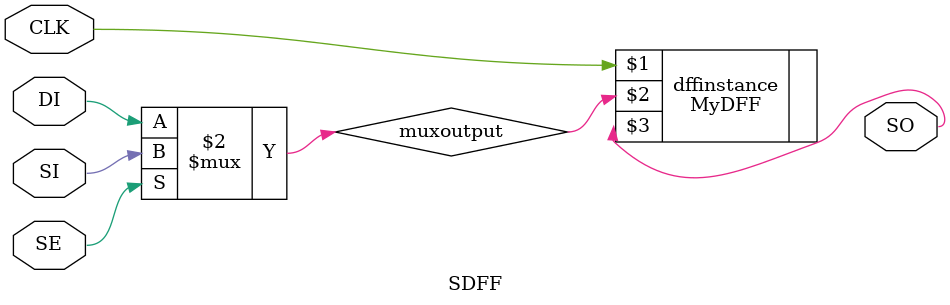
<source format=v>
`timescale 1ns/1ps	

module SDFF(CLK, DI, SI, SE, SO);
  input CLK, DI, SI, SE;
  output SO;
  wire CLK,SE,DI,SI;
  wire muxoutput;
    
  assign muxoutput=(SE==1)?SI:DI;
  
  MyDFF dffinstance(CLK, muxoutput, SO); //CLK, D, Q
  

endmodule
</source>
